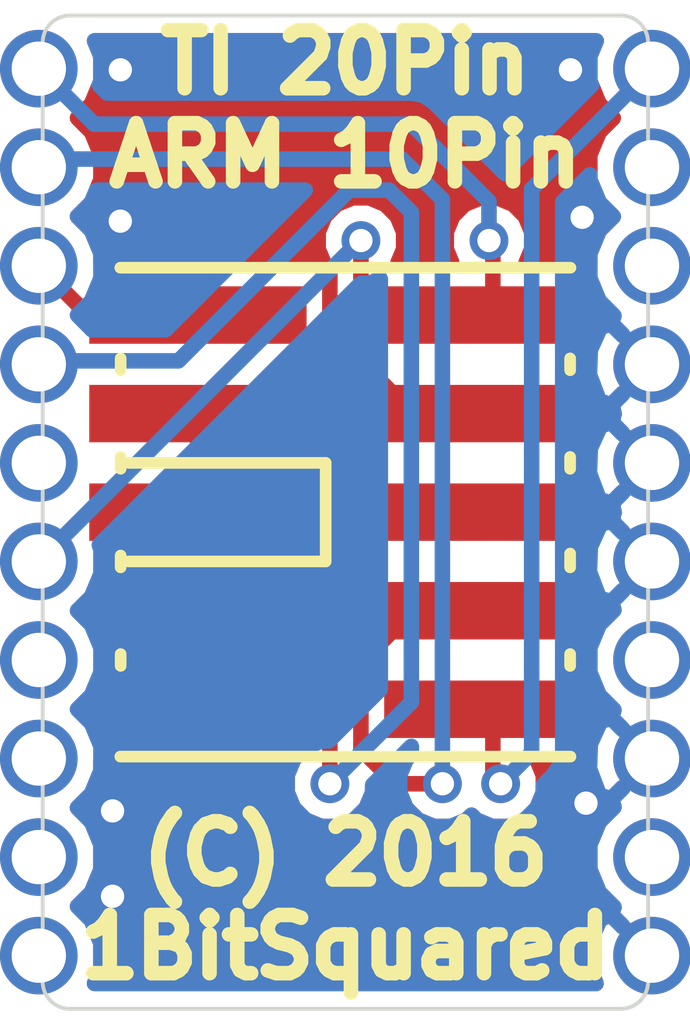
<source format=kicad_pcb>
(kicad_pcb (version 4) (host pcbnew 4.0.2+e4-6225~38~ubuntu14.04.1-stable)

  (general
    (links 21)
    (no_connects 0)
    (area 146.074999 93.574999 153.925001 106.425001)
    (thickness 1.6)
    (drawings 11)
    (tracks 68)
    (zones 0)
    (modules 9)
    (nets 17)
  )

  (page A4)
  (layers
    (0 F.Cu signal)
    (31 B.Cu signal)
    (32 B.Adhes user)
    (33 F.Adhes user)
    (34 B.Paste user)
    (35 F.Paste user)
    (36 B.SilkS user)
    (37 F.SilkS user)
    (38 B.Mask user)
    (39 F.Mask user)
    (40 Dwgs.User user)
    (41 Cmts.User user)
    (42 Eco1.User user)
    (43 Eco2.User user)
    (44 Edge.Cuts user)
    (45 Margin user)
    (46 B.CrtYd user)
    (47 F.CrtYd user)
    (48 B.Fab user)
    (49 F.Fab user)
  )

  (setup
    (last_trace_width 0.2)
    (trace_clearance 0.19)
    (zone_clearance 0.2)
    (zone_45_only no)
    (trace_min 0.19)
    (segment_width 0.05)
    (edge_width 0.05)
    (via_size 0.5)
    (via_drill 0.3)
    (via_min_size 0.5)
    (via_min_drill 0.3)
    (uvia_size 0.3)
    (uvia_drill 0.1)
    (uvias_allowed no)
    (uvia_min_size 0.2)
    (uvia_min_drill 0.1)
    (pcb_text_width 0.3)
    (pcb_text_size 1.5 1.5)
    (mod_edge_width 0.15)
    (mod_text_size 1 1)
    (mod_text_width 0.15)
    (pad_size 0.5 0.5)
    (pad_drill 0.3)
    (pad_to_mask_clearance 0.05)
    (aux_axis_origin 0 0)
    (visible_elements FFFFEF7F)
    (pcbplotparams
      (layerselection 0x010f0_80000001)
      (usegerberextensions true)
      (excludeedgelayer true)
      (linewidth 0.100000)
      (plotframeref false)
      (viasonmask false)
      (mode 1)
      (useauxorigin false)
      (hpglpennumber 1)
      (hpglpenspeed 20)
      (hpglpendiameter 15)
      (hpglpenoverlay 2)
      (psnegative false)
      (psa4output false)
      (plotreference true)
      (plotvalue true)
      (plotinvisibletext false)
      (padsonsilk false)
      (subtractmaskfromsilk false)
      (outputformat 1)
      (mirror false)
      (drillshape 0)
      (scaleselection 1)
      (outputdirectory gerber))
  )

  (net 0 "")
  (net 1 /TMS)
  (net 2 /TDI)
  (net 3 /VREF)
  (net 4 /TDO)
  (net 5 GND)
  (net 6 /TCK)
  (net 7 /~RST)
  (net 8 /~TRST)
  (net 9 /EMU1)
  (net 10 /EMU3)
  (net 11 /TDIS/GND)
  (net 12 /KEY)
  (net 13 /RTCK)
  (net 14 /EMU0)
  (net 15 /EMU2)
  (net 16 /EMU4)

  (net_class Default "This is the default net class."
    (clearance 0.19)
    (trace_width 0.2)
    (via_dia 0.5)
    (via_drill 0.3)
    (uvia_dia 0.3)
    (uvia_drill 0.1)
    (add_net /EMU0)
    (add_net /EMU1)
    (add_net /EMU2)
    (add_net /EMU3)
    (add_net /EMU4)
    (add_net /KEY)
    (add_net /RTCK)
    (add_net /TCK)
    (add_net /TDI)
    (add_net /TDIS/GND)
    (add_net /TDO)
    (add_net /TMS)
    (add_net /VREF)
    (add_net /~RST)
    (add_net /~TRST)
    (add_net GND)
  )

  (module pkl_misc:via0305 (layer F.Cu) (tedit 5785F9EE) (tstamp 57870248)
    (at 147.1 94.3)
    (fp_text reference REF** (at 0 0.35) (layer F.SilkS) hide
      (effects (font (size 0.127 0.127) (thickness 0.03175)))
    )
    (fp_text value via0305 (at 0 -0.35) (layer F.Fab) hide
      (effects (font (size 0.127 0.127) (thickness 0.03175)))
    )
    (pad 1 thru_hole circle (at 0 0) (size 0.5 0.5) (drill 0.3) (layers *.Cu)
      (net 5 GND) (zone_connect 2))
  )

  (module pkl_misc:via0305 (layer F.Cu) (tedit 5785F9EE) (tstamp 57860063)
    (at 147 104.95)
    (fp_text reference REF** (at 0 0.35) (layer F.SilkS) hide
      (effects (font (size 0.127 0.127) (thickness 0.03175)))
    )
    (fp_text value via0305 (at 0 -0.35) (layer F.Fab) hide
      (effects (font (size 0.127 0.127) (thickness 0.03175)))
    )
    (pad 1 thru_hole circle (at 0 0) (size 0.5 0.5) (drill 0.3) (layers *.Cu)
      (net 5 GND) (zone_connect 2))
  )

  (module pkl_misc:via0305 (layer F.Cu) (tedit 5785F9EE) (tstamp 5786005F)
    (at 147 103.85)
    (fp_text reference REF** (at 0 0.35) (layer F.SilkS) hide
      (effects (font (size 0.127 0.127) (thickness 0.03175)))
    )
    (fp_text value via0305 (at 0 -0.35) (layer F.Fab) hide
      (effects (font (size 0.127 0.127) (thickness 0.03175)))
    )
    (pad 1 thru_hole circle (at 0 0) (size 0.5 0.5) (drill 0.3) (layers *.Cu)
      (net 5 GND) (zone_connect 2))
  )

  (module pkl_misc:via0305 (layer F.Cu) (tedit 5785F9EE) (tstamp 57860036)
    (at 153.1 103.75)
    (fp_text reference REF** (at 0 0.35) (layer F.SilkS) hide
      (effects (font (size 0.127 0.127) (thickness 0.03175)))
    )
    (fp_text value via0305 (at 0 -0.35) (layer F.Fab) hide
      (effects (font (size 0.127 0.127) (thickness 0.03175)))
    )
    (pad 1 thru_hole circle (at 0 0) (size 0.5 0.5) (drill 0.3) (layers *.Cu)
      (net 5 GND) (zone_connect 2))
  )

  (module pkl_misc:via0305 (layer F.Cu) (tedit 5785F9EE) (tstamp 57860032)
    (at 147.1 96.25)
    (fp_text reference REF** (at 0 0.35) (layer F.SilkS) hide
      (effects (font (size 0.127 0.127) (thickness 0.03175)))
    )
    (fp_text value via0305 (at 0 -0.35) (layer F.Fab) hide
      (effects (font (size 0.127 0.127) (thickness 0.03175)))
    )
    (pad 1 thru_hole circle (at 0 0) (size 0.5 0.5) (drill 0.3) (layers *.Cu)
      (net 5 GND) (zone_connect 2))
  )

  (module pkl_misc:via0305 (layer F.Cu) (tedit 5785F9EE) (tstamp 5786002E)
    (at 152.9 94.3)
    (fp_text reference REF** (at 0 0.35) (layer F.SilkS) hide
      (effects (font (size 0.127 0.127) (thickness 0.03175)))
    )
    (fp_text value via0305 (at 0 -0.35) (layer F.Fab) hide
      (effects (font (size 0.127 0.127) (thickness 0.03175)))
    )
    (pad 1 thru_hole circle (at 0 0) (size 0.5 0.5) (drill 0.3) (layers *.Cu)
      (net 5 GND) (zone_connect 2))
  )

  (module pkl_misc:ti_20pin_50mil_jtag_smd locked (layer F.Cu) (tedit 5785EE9C) (tstamp 5785EA96)
    (at 150 100)
    (path /57858C7E)
    (fp_text reference P1 (at 0 7.5) (layer F.Fab) hide
      (effects (font (size 1 1) (thickness 0.15)))
    )
    (fp_text value CONN_02X10 (at 0 -7.5) (layer F.Fab) hide
      (effects (font (size 1 1) (thickness 0.15)))
    )
    (fp_line (start -3.95 6.35) (end -3.95 -6.35) (layer F.Fab) (width 0.1))
    (fp_line (start 3.95 -6.35) (end 3.95 6.35) (layer F.Fab) (width 0.1))
    (fp_line (start 4.05 6.35) (end -4.05 6.35) (layer F.Fab) (width 0.2))
    (fp_line (start -4.05 -6.35) (end 4.05 -6.35) (layer F.Fab) (width 0.2))
    (fp_line (start 4.05 6.35) (end 4.05 -6.35) (layer F.Fab) (width 0.2))
    (fp_line (start -4.05 -6.35) (end -4.05 6.35) (layer F.Fab) (width 0.2))
    (fp_line (start -1.25 6.35) (end -1.25 -6.35) (layer F.Fab) (width 0.2))
    (fp_line (start 1.25 -6.35) (end 1.25 6.35) (layer F.Fab) (width 0.2))
    (pad 1 thru_hole circle (at -3.95 -5.715) (size 1 1) (drill 0.7) (layers *.Cu *.Mask)
      (net 1 /TMS))
    (pad 2 thru_hole circle (at 3.95 -5.715) (size 1 1) (drill 0.7) (layers *.Cu *.Mask)
      (net 8 /~TRST))
    (pad 3 thru_hole circle (at -3.95 -4.445) (size 1 1) (drill 0.7) (layers *.Cu *.Mask)
      (net 2 /TDI))
    (pad 4 thru_hole circle (at 3.95 -4.445) (size 1 1) (drill 0.7) (layers *.Cu *.Mask)
      (net 11 /TDIS/GND))
    (pad 5 thru_hole circle (at -3.95 -3.175) (size 1 1) (drill 0.7) (layers *.Cu *.Mask)
      (net 3 /VREF))
    (pad 6 thru_hole circle (at 3.95 -3.175) (size 1 1) (drill 0.7) (layers *.Cu *.Mask)
      (net 12 /KEY))
    (pad 7 thru_hole circle (at -3.95 -1.905) (size 1 1) (drill 0.7) (layers *.Cu *.Mask)
      (net 4 /TDO))
    (pad 8 thru_hole circle (at 3.95 -1.905) (size 1 1) (drill 0.7) (layers *.Cu *.Mask)
      (net 5 GND))
    (pad 9 thru_hole circle (at -3.95 -0.635) (size 1 1) (drill 0.7) (layers *.Cu *.Mask)
      (net 13 /RTCK))
    (pad 10 thru_hole circle (at 3.95 -0.635) (size 1 1) (drill 0.7) (layers *.Cu *.Mask)
      (net 5 GND))
    (pad 11 thru_hole circle (at -3.95 0.635) (size 1 1) (drill 0.7) (layers *.Cu *.Mask)
      (net 6 /TCK))
    (pad 12 thru_hole circle (at 3.95 0.635) (size 1 1) (drill 0.7) (layers *.Cu *.Mask)
      (net 5 GND))
    (pad 13 thru_hole circle (at -3.95 1.905) (size 1 1) (drill 0.7) (layers *.Cu *.Mask)
      (net 14 /EMU0))
    (pad 14 thru_hole circle (at 3.95 1.905) (size 1 1) (drill 0.7) (layers *.Cu *.Mask)
      (net 9 /EMU1))
    (pad 15 thru_hole circle (at -3.95 3.175) (size 1 1) (drill 0.7) (layers *.Cu *.Mask)
      (net 7 /~RST))
    (pad 16 thru_hole circle (at 3.95 3.175) (size 1 1) (drill 0.7) (layers *.Cu *.Mask)
      (net 5 GND))
    (pad 17 thru_hole circle (at -3.95 4.445) (size 1 1) (drill 0.7) (layers *.Cu *.Mask)
      (net 15 /EMU2))
    (pad 18 thru_hole circle (at 3.95 4.445) (size 1 1) (drill 0.7) (layers *.Cu *.Mask)
      (net 10 /EMU3))
    (pad 19 thru_hole circle (at -3.95 5.715) (size 1 1) (drill 0.7) (layers *.Cu *.Mask)
      (net 16 /EMU4))
    (pad 20 thru_hole circle (at 3.95 5.715) (size 1 1) (drill 0.7) (layers *.Cu *.Mask)
      (net 5 GND))
  )

  (module pkl_samtec:FTSH-105-XX-X-DV (layer F.Cu) (tedit 5785EE99) (tstamp 5785EAB5)
    (at 150 100 90)
    (path /5785F757)
    (fp_text reference X1 (at -4.1 0 180) (layer F.Fab) hide
      (effects (font (size 1 1) (thickness 0.15)))
    )
    (fp_text value JTAG-10 (at 4.2 0 180) (layer F.Fab) hide
      (effects (font (size 1 1) (thickness 0.15)))
    )
    (fp_line (start -3.3 -3.05) (end 3.3 -3.05) (layer F.CrtYd) (width 0.05))
    (fp_line (start -3.3 3.05) (end -3.3 -3.05) (layer F.CrtYd) (width 0.05))
    (fp_line (start 3.3 3.05) (end -3.3 3.05) (layer F.CrtYd) (width 0.05))
    (fp_line (start 3.3 -3.05) (end 3.3 3.05) (layer F.CrtYd) (width 0.05))
    (fp_line (start -0.635 -0.254) (end -0.635 -2.794) (layer F.SilkS) (width 0.15))
    (fp_line (start 0.635 -0.254) (end -0.635 -0.254) (layer F.SilkS) (width 0.15))
    (fp_line (start 0.635 -2.794) (end 0.635 -0.254) (layer F.SilkS) (width 0.15))
    (fp_line (start 1.8288 2.8956) (end 1.9812 2.8956) (layer F.SilkS) (width 0.15))
    (fp_line (start 0.5588 2.8956) (end 0.7112 2.8956) (layer F.SilkS) (width 0.15))
    (fp_line (start -0.7112 2.8956) (end -0.5334 2.8956) (layer F.SilkS) (width 0.15))
    (fp_line (start -1.9812 2.8956) (end -1.8288 2.8956) (layer F.SilkS) (width 0.15))
    (fp_line (start -1.8288 -2.8956) (end -1.9812 -2.8956) (layer F.SilkS) (width 0.15))
    (fp_line (start -0.5588 -2.8956) (end -0.7112 -2.8956) (layer F.SilkS) (width 0.15))
    (fp_line (start 0.7112 -2.8956) (end 0.5588 -2.8956) (layer F.SilkS) (width 0.15))
    (fp_line (start 1.9812 -2.8956) (end 1.8288 -2.8956) (layer F.SilkS) (width 0.15))
    (fp_line (start 3.15 2.9) (end 3.15 -2.9) (layer F.SilkS) (width 0.15))
    (fp_line (start -3.15 2.9) (end -3.15 -2.9) (layer F.SilkS) (width 0.15))
    (pad 1 smd rect (at 2.54 -1.9 270) (size 0.74 2.8) (layers F.Cu F.Paste F.Mask)
      (net 3 /VREF))
    (pad 2 smd rect (at 2.54 1.9 270) (size 0.74 2.8) (layers F.Cu F.Paste F.Mask)
      (net 1 /TMS))
    (pad 3 smd rect (at 1.27 -1.9 270) (size 0.74 2.8) (layers F.Cu F.Paste F.Mask)
      (net 5 GND))
    (pad 4 smd rect (at 1.27 1.9 270) (size 0.74 2.8) (layers F.Cu F.Paste F.Mask)
      (net 6 /TCK))
    (pad 5 smd rect (at 0 -1.9 270) (size 0.74 2.8) (layers F.Cu F.Paste F.Mask)
      (net 5 GND))
    (pad 6 smd rect (at 0 1.9 270) (size 0.74 2.8) (layers F.Cu F.Paste F.Mask)
      (net 4 /TDO))
    (pad 7 smd rect (at -1.27 -1.9 270) (size 0.74 2.8) (layers F.Cu F.Paste F.Mask)
      (net 5 GND))
    (pad 8 smd rect (at -1.27 1.9 270) (size 0.74 2.8) (layers F.Cu F.Paste F.Mask)
      (net 2 /TDI))
    (pad 9 smd rect (at -2.54 -1.9 270) (size 0.74 2.8) (layers F.Cu F.Paste F.Mask)
      (net 5 GND))
    (pad 10 smd rect (at -2.54 1.9 270) (size 0.74 2.8) (layers F.Cu F.Paste F.Mask)
      (net 8 /~TRST))
    (model walter/conn_ftsh/FTSH-105-01-L-DV.wrl
      (at (xyz 0 0 0))
      (scale (xyz 1 1 1))
      (rotate (xyz 0 0 0))
    )
  )

  (module pkl_misc:via0305 (layer F.Cu) (tedit 5785F9EE) (tstamp 57860018)
    (at 153.05 96.2)
    (fp_text reference REF** (at 0 0.35) (layer F.SilkS) hide
      (effects (font (size 0.127 0.127) (thickness 0.03175)))
    )
    (fp_text value via0305 (at 0 -0.35) (layer F.Fab) hide
      (effects (font (size 0.127 0.127) (thickness 0.03175)))
    )
    (pad 1 thru_hole circle (at 0 0) (size 0.5 0.5) (drill 0.3) (layers *.Cu)
      (net 5 GND) (zone_connect 2))
  )

  (gr_text "(C) 2016\n1BitSquared" (at 150 105) (layer F.SilkS) (tstamp 5785FE3B)
    (effects (font (size 0.75 0.75) (thickness 0.1875)))
  )
  (gr_text "ARM 10Pin" (at 150 95.4) (layer F.SilkS) (tstamp 5785FE33)
    (effects (font (size 0.75 0.75) (thickness 0.1875)))
  )
  (gr_text "TI 20Pin" (at 150 94.2) (layer F.SilkS)
    (effects (font (size 0.75 0.75) (thickness 0.1875)))
  )
  (gr_line (start 146.45 106.4) (end 153.55 106.4) (layer Edge.Cuts) (width 0.05))
  (gr_line (start 146.45 93.6) (end 153.55 93.6) (layer Edge.Cuts) (width 0.05))
  (gr_arc (start 153.55 93.95) (end 153.55 93.6) (angle 90) (layer Edge.Cuts) (width 0.05))
  (gr_arc (start 146.45 93.95) (end 146.1 93.95) (angle 90) (layer Edge.Cuts) (width 0.05))
  (gr_arc (start 153.55 106.05) (end 153.9 106.05) (angle 90) (layer Edge.Cuts) (width 0.05))
  (gr_line (start 153.9 106.05) (end 153.9 93.95) (layer Edge.Cuts) (width 0.05))
  (gr_arc (start 146.45 106.05) (end 146.45 106.4) (angle 90) (layer Edge.Cuts) (width 0.05))
  (gr_line (start 146.1 93.95) (end 146.1 106.05) (layer Edge.Cuts) (width 0.05))

  (segment (start 146.05 94.285) (end 146.765 95) (width 0.2) (layer B.Cu) (net 1))
  (segment (start 146.765 95) (end 150.853553 95) (width 0.2) (layer B.Cu) (net 1))
  (segment (start 150.853553 95) (end 151.85 95.996447) (width 0.2) (layer B.Cu) (net 1))
  (segment (start 151.85 96.146447) (end 151.85 96.5) (width 0.2) (layer B.Cu) (net 1))
  (segment (start 151.85 95.996447) (end 151.85 96.146447) (width 0.2) (layer B.Cu) (net 1))
  (segment (start 151.9 97.46) (end 151.9 96.55) (width 0.2) (layer F.Cu) (net 1))
  (segment (start 151.9 96.55) (end 151.85 96.5) (width 0.2) (layer F.Cu) (net 1))
  (via (at 151.85 96.5) (size 0.5) (drill 0.3) (layers F.Cu B.Cu) (net 1))
  (segment (start 151.25 103.146447) (end 151.25 103.5) (width 0.2) (layer B.Cu) (net 2))
  (via (at 151.25 103.5) (size 0.5) (drill 0.3) (layers F.Cu B.Cu) (net 2))
  (segment (start 150.87 101.27) (end 150.2 101.94) (width 0.2) (layer F.Cu) (net 2))
  (segment (start 150.2 101.94) (end 150.2 103.053553) (width 0.2) (layer F.Cu) (net 2))
  (segment (start 150.2 103.053553) (end 150.646447 103.5) (width 0.2) (layer F.Cu) (net 2))
  (segment (start 150.646447 103.5) (end 150.896447 103.5) (width 0.2) (layer F.Cu) (net 2))
  (segment (start 150.896447 103.5) (end 151.25 103.5) (width 0.2) (layer F.Cu) (net 2))
  (segment (start 151.250012 103.146435) (end 151.25 103.146447) (width 0.2) (layer B.Cu) (net 2))
  (segment (start 151.250012 95.97031) (end 151.250012 103.146435) (width 0.2) (layer B.Cu) (net 2))
  (segment (start 150.729702 95.45) (end 151.250012 95.97031) (width 0.2) (layer B.Cu) (net 2))
  (segment (start 146.155 95.45) (end 150.729702 95.45) (width 0.2) (layer B.Cu) (net 2))
  (segment (start 146.05 95.555) (end 146.155 95.45) (width 0.2) (layer B.Cu) (net 2))
  (segment (start 151.9 101.27) (end 150.87 101.27) (width 0.2) (layer F.Cu) (net 2))
  (segment (start 148.1 97.46) (end 146.685 97.46) (width 0.2) (layer F.Cu) (net 3))
  (segment (start 146.685 97.46) (end 146.549999 97.324999) (width 0.2) (layer F.Cu) (net 3))
  (segment (start 146.549999 97.324999) (end 146.05 96.825) (width 0.2) (layer F.Cu) (net 3))
  (segment (start 149.8 103.5) (end 150.850001 102.449999) (width 0.2) (layer B.Cu) (net 4))
  (segment (start 150.850001 102.449999) (end 150.850001 96.135999) (width 0.2) (layer B.Cu) (net 4))
  (segment (start 147.85 98.05) (end 146.095 98.05) (width 0.2) (layer B.Cu) (net 4))
  (segment (start 150.850001 96.135999) (end 150.564013 95.850011) (width 0.2) (layer B.Cu) (net 4))
  (segment (start 150.564013 95.850011) (end 150.049989 95.850011) (width 0.2) (layer B.Cu) (net 4))
  (segment (start 150.049989 95.850011) (end 147.85 98.05) (width 0.2) (layer B.Cu) (net 4))
  (segment (start 146.095 98.05) (end 146.05 98.095) (width 0.2) (layer B.Cu) (net 4))
  (segment (start 149.8 100.5) (end 149.8 103.5) (width 0.2) (layer F.Cu) (net 4))
  (via (at 149.8 103.5) (size 0.5) (drill 0.3) (layers F.Cu B.Cu) (net 4))
  (segment (start 151.9 100) (end 150.3 100) (width 0.2) (layer F.Cu) (net 4))
  (segment (start 150.3 100) (end 149.8 100.5) (width 0.2) (layer F.Cu) (net 4))
  (segment (start 149.8 98.63) (end 149.8 96.914004) (width 0.2) (layer F.Cu) (net 5))
  (segment (start 149.8 96.914004) (end 149.135996 96.25) (width 0.2) (layer F.Cu) (net 5))
  (segment (start 149.135996 96.25) (end 147.453553 96.25) (width 0.2) (layer F.Cu) (net 5))
  (segment (start 147.453553 96.25) (end 147.1 96.25) (width 0.2) (layer F.Cu) (net 5))
  (segment (start 148.1 98.73) (end 149.7 98.73) (width 0.2) (layer F.Cu) (net 5))
  (segment (start 149.7 98.73) (end 149.8 98.63) (width 0.2) (layer F.Cu) (net 5))
  (segment (start 153.95 105.715) (end 153.1 104.865) (width 0.2) (layer F.Cu) (net 5))
  (segment (start 153.1 104.865) (end 153.1 103.75) (width 0.2) (layer F.Cu) (net 5))
  (segment (start 153.95 99.365) (end 153.450001 98.865001) (width 0.2) (layer B.Cu) (net 5))
  (segment (start 153.450001 98.865001) (end 153.450001 98.594999) (width 0.2) (layer B.Cu) (net 5))
  (segment (start 153.450001 98.594999) (end 153.95 98.095) (width 0.2) (layer B.Cu) (net 5))
  (segment (start 153.95 100.635) (end 153.450001 100.135001) (width 0.2) (layer B.Cu) (net 5))
  (segment (start 153.450001 100.135001) (end 153.450001 99.864999) (width 0.2) (layer B.Cu) (net 5))
  (segment (start 153.450001 99.864999) (end 153.95 99.365) (width 0.2) (layer B.Cu) (net 5))
  (segment (start 153.95 103.175) (end 153.1 102.325) (width 0.2) (layer B.Cu) (net 5))
  (segment (start 153.1 102.325) (end 153.1 101.485) (width 0.2) (layer B.Cu) (net 5))
  (segment (start 153.1 101.485) (end 153.450001 101.134999) (width 0.2) (layer B.Cu) (net 5))
  (segment (start 153.450001 101.134999) (end 153.95 100.635) (width 0.2) (layer B.Cu) (net 5))
  (segment (start 151.9 98.73) (end 150.87 98.73) (width 0.2) (layer F.Cu) (net 6))
  (segment (start 150.87 98.73) (end 150.2 98.06) (width 0.2) (layer F.Cu) (net 6))
  (segment (start 150.2 98.06) (end 150.2 96.853555) (width 0.2) (layer F.Cu) (net 6))
  (segment (start 150.2 96.853555) (end 150.2 96.500002) (width 0.2) (layer F.Cu) (net 6))
  (segment (start 150.184998 96.500002) (end 150.2 96.500002) (width 0.2) (layer B.Cu) (net 6))
  (via (at 150.2 96.500002) (size 0.5) (drill 0.3) (layers F.Cu B.Cu) (net 6))
  (segment (start 146.05 100.635) (end 150.184998 96.500002) (width 0.2) (layer B.Cu) (net 6))
  (segment (start 146.05 100.65) (end 146.05 100.635) (width 0.2) (layer B.Cu) (net 6))
  (segment (start 152.400001 95.834999) (end 152.400001 103.099997) (width 0.2) (layer B.Cu) (net 8))
  (segment (start 152.400001 103.099997) (end 152.249997 103.250001) (width 0.2) (layer B.Cu) (net 8))
  (segment (start 152.249997 103.250001) (end 151.999998 103.5) (width 0.2) (layer B.Cu) (net 8))
  (segment (start 153.95 94.285) (end 152.400001 95.834999) (width 0.2) (layer B.Cu) (net 8))
  (segment (start 151.9 103.400002) (end 151.999998 103.5) (width 0.2) (layer F.Cu) (net 8))
  (segment (start 151.9 102.54) (end 151.9 103.400002) (width 0.2) (layer F.Cu) (net 8))
  (via (at 151.999998 103.5) (size 0.5) (drill 0.3) (layers F.Cu B.Cu) (net 8))

  (zone (net 5) (net_name GND) (layer F.Cu) (tstamp 0) (hatch edge 0.508)
    (connect_pads (clearance 0.2))
    (min_thickness 0.2)
    (fill yes (arc_segments 16) (thermal_gap 0.2) (thermal_bridge_width 0.21))
    (polygon
      (pts
        (xy 146.1 93.4) (xy 153.9 93.4) (xy 153.9 106.6) (xy 146.1 106.6)
      )
    )
    (filled_polygon
      (pts
        (xy 149.8 98.06) (xy 149.830448 98.213074) (xy 149.917157 98.342843) (xy 150.194123 98.619809) (xy 150.194123 99.1)
        (xy 150.215042 99.211173) (xy 150.280745 99.313279) (xy 150.357106 99.365454) (xy 150.286721 99.410745) (xy 150.218222 99.510997)
        (xy 150.196009 99.620684) (xy 150.146926 99.630448) (xy 150.017157 99.717157) (xy 149.739316 99.994998) (xy 149.725002 99.994998)
        (xy 149.8 99.92) (xy 149.8 99.570326) (xy 149.754328 99.460063) (xy 149.669936 99.375672) (xy 149.644171 99.365)
        (xy 149.669936 99.354328) (xy 149.754328 99.269937) (xy 149.8 99.159674) (xy 149.8 98.81) (xy 149.725 98.735)
        (xy 148.105 98.735) (xy 148.105 99.325) (xy 148.145 99.365) (xy 148.105 99.405) (xy 148.105 99.995)
        (xy 148.125 99.995) (xy 148.125 100.005) (xy 148.105 100.005) (xy 148.105 100.595) (xy 148.145 100.635)
        (xy 148.105 100.675) (xy 148.105 101.265) (xy 148.125 101.265) (xy 148.125 101.275) (xy 148.105 101.275)
        (xy 148.105 101.865) (xy 148.145 101.905) (xy 148.105 101.945) (xy 148.105 102.535) (xy 148.125 102.535)
        (xy 148.125 102.545) (xy 148.105 102.545) (xy 148.105 103.135) (xy 148.18 103.21) (xy 149.324888 103.21)
        (xy 149.250096 103.390118) (xy 149.249905 103.608922) (xy 149.333461 103.811143) (xy 149.488043 103.965995) (xy 149.690118 104.049904)
        (xy 149.908922 104.050095) (xy 150.111143 103.966539) (xy 150.265995 103.811957) (xy 150.303176 103.722414) (xy 150.363602 103.78284)
        (xy 150.363604 103.782843) (xy 150.493374 103.869552) (xy 150.646447 103.9) (xy 150.872163 103.9) (xy 150.938043 103.965995)
        (xy 151.140118 104.049904) (xy 151.358922 104.050095) (xy 151.561143 103.966539) (xy 151.624975 103.902819) (xy 151.688041 103.965995)
        (xy 151.890116 104.049904) (xy 152.10892 104.050095) (xy 152.311141 103.966539) (xy 152.465993 103.811957) (xy 152.549902 103.609882)
        (xy 152.550093 103.391078) (xy 152.477701 103.215877) (xy 153.148205 103.215877) (xy 153.145166 103.307535) (xy 153.257149 103.605443)
        (xy 153.28718 103.650387) (xy 153.422742 103.695187) (xy 153.575 103.542929) (xy 153.575 103.557071) (xy 153.429813 103.702258)
        (xy 153.462524 103.80124) (xy 153.272188 103.991245) (xy 153.150139 104.285172) (xy 153.149861 104.603432) (xy 153.271397 104.897572)
        (xy 153.462457 105.088965) (xy 153.429813 105.187742) (xy 153.575 105.332929) (xy 153.575 105.347071) (xy 153.422742 105.194813)
        (xy 153.28718 105.239613) (xy 153.155711 105.52945) (xy 153.145166 105.847535) (xy 153.23067 106.075) (xy 146.766742 106.075)
        (xy 146.849861 105.874828) (xy 146.850139 105.556568) (xy 146.728603 105.262428) (xy 146.546372 105.079879) (xy 146.727812 104.898755)
        (xy 146.849861 104.604828) (xy 146.850139 104.286568) (xy 146.728603 103.992428) (xy 146.546372 103.809879) (xy 146.727812 103.628755)
        (xy 146.849861 103.334828) (xy 146.84997 103.21) (xy 148.02 103.21) (xy 148.095 103.135) (xy 148.095 102.545)
        (xy 148.075 102.545) (xy 148.075 102.535) (xy 148.095 102.535) (xy 148.095 101.945) (xy 148.055 101.905)
        (xy 148.095 101.865) (xy 148.095 101.275) (xy 148.075 101.275) (xy 148.075 101.265) (xy 148.095 101.265)
        (xy 148.095 100.675) (xy 148.055 100.635) (xy 148.095 100.595) (xy 148.095 100.005) (xy 148.075 100.005)
        (xy 148.075 99.995) (xy 148.095 99.995) (xy 148.095 99.405) (xy 148.055 99.365) (xy 148.095 99.325)
        (xy 148.095 98.735) (xy 148.075 98.735) (xy 148.075 98.725) (xy 148.095 98.725) (xy 148.095 98.705)
        (xy 148.105 98.705) (xy 148.105 98.725) (xy 149.725 98.725) (xy 149.8 98.65) (xy 149.8 98.300326)
        (xy 149.754328 98.190063) (xy 149.669936 98.105672) (xy 149.642965 98.0945) (xy 149.713279 98.049255) (xy 149.781778 97.949003)
        (xy 149.8 97.859021)
      )
    )
    (filled_polygon
      (pts
        (xy 153.150139 94.125172) (xy 153.149861 94.443432) (xy 153.271397 94.737572) (xy 153.453628 94.920121) (xy 153.272188 95.101245)
        (xy 153.150139 95.395172) (xy 153.149861 95.713432) (xy 153.271397 96.007572) (xy 153.453628 96.190121) (xy 153.272188 96.371245)
        (xy 153.150139 96.665172) (xy 153.150035 96.784123) (xy 152.327553 96.784123) (xy 152.399904 96.609882) (xy 152.400095 96.391078)
        (xy 152.316539 96.188857) (xy 152.161957 96.034005) (xy 151.959882 95.950096) (xy 151.741078 95.949905) (xy 151.538857 96.033461)
        (xy 151.384005 96.188043) (xy 151.300096 96.390118) (xy 151.299905 96.608922) (xy 151.372297 96.784123) (xy 150.677554 96.784123)
        (xy 150.749904 96.609884) (xy 150.750095 96.39108) (xy 150.666539 96.188859) (xy 150.511957 96.034007) (xy 150.309882 95.950098)
        (xy 150.091078 95.949907) (xy 149.888857 96.033463) (xy 149.734005 96.188045) (xy 149.650096 96.39012) (xy 149.649905 96.608924)
        (xy 149.733461 96.811145) (xy 149.8 96.8778) (xy 149.8 97.058767) (xy 149.784958 96.978827) (xy 149.719255 96.876721)
        (xy 149.619003 96.808222) (xy 149.5 96.784123) (xy 146.850036 96.784123) (xy 146.850139 96.666568) (xy 146.728603 96.372428)
        (xy 146.546372 96.189879) (xy 146.727812 96.008755) (xy 146.849861 95.714828) (xy 146.850139 95.396568) (xy 146.728603 95.102428)
        (xy 146.546372 94.919879) (xy 146.727812 94.738755) (xy 146.849861 94.444828) (xy 146.850139 94.126568) (xy 146.766853 93.925)
        (xy 153.233258 93.925)
      )
    )
  )
  (zone (net 5) (net_name GND) (layer B.Cu) (tstamp 5785FE71) (hatch edge 0.508)
    (connect_pads (clearance 0.2))
    (min_thickness 0.2)
    (fill yes (arc_segments 16) (thermal_gap 0.2) (thermal_bridge_width 0.21))
    (polygon
      (pts
        (xy 146.1 93.4) (xy 153.9 93.4) (xy 153.9 106.6) (xy 146.1 106.6)
      )
    )
    (filled_polygon
      (pts
        (xy 153.149861 95.713432) (xy 153.271397 96.007572) (xy 153.453628 96.190121) (xy 153.272188 96.371245) (xy 153.150139 96.665172)
        (xy 153.149861 96.983432) (xy 153.271397 97.277572) (xy 153.462457 97.468965) (xy 153.429813 97.567742) (xy 153.575 97.712929)
        (xy 153.575 97.727071) (xy 153.422742 97.574813) (xy 153.28718 97.619613) (xy 153.155711 97.90945) (xy 153.145166 98.227535)
        (xy 153.257149 98.525443) (xy 153.28718 98.570387) (xy 153.422742 98.615187) (xy 153.575 98.462929) (xy 153.575 98.477071)
        (xy 153.429813 98.622258) (xy 153.465419 98.73) (xy 153.429813 98.837742) (xy 153.575 98.982929) (xy 153.575 98.997071)
        (xy 153.422742 98.844813) (xy 153.28718 98.889613) (xy 153.155711 99.17945) (xy 153.145166 99.497535) (xy 153.257149 99.795443)
        (xy 153.28718 99.840387) (xy 153.422742 99.885187) (xy 153.575 99.732929) (xy 153.575 99.747071) (xy 153.429813 99.892258)
        (xy 153.465419 100) (xy 153.429813 100.107742) (xy 153.575 100.252929) (xy 153.575 100.267071) (xy 153.422742 100.114813)
        (xy 153.28718 100.159613) (xy 153.155711 100.44945) (xy 153.145166 100.767535) (xy 153.257149 101.065443) (xy 153.28718 101.110387)
        (xy 153.422742 101.155187) (xy 153.575 101.002929) (xy 153.575 101.017071) (xy 153.429813 101.162258) (xy 153.462524 101.26124)
        (xy 153.272188 101.451245) (xy 153.150139 101.745172) (xy 153.149861 102.063432) (xy 153.271397 102.357572) (xy 153.462457 102.548965)
        (xy 153.429813 102.647742) (xy 153.575 102.792929) (xy 153.575 102.807071) (xy 153.422742 102.654813) (xy 153.28718 102.699613)
        (xy 153.155711 102.98945) (xy 153.145166 103.307535) (xy 153.257149 103.605443) (xy 153.28718 103.650387) (xy 153.422742 103.695187)
        (xy 153.575 103.542929) (xy 153.575 103.557071) (xy 153.429813 103.702258) (xy 153.462524 103.80124) (xy 153.272188 103.991245)
        (xy 153.150139 104.285172) (xy 153.149861 104.603432) (xy 153.271397 104.897572) (xy 153.462457 105.088965) (xy 153.429813 105.187742)
        (xy 153.575 105.332929) (xy 153.575 105.347071) (xy 153.422742 105.194813) (xy 153.28718 105.239613) (xy 153.155711 105.52945)
        (xy 153.145166 105.847535) (xy 153.23067 106.075) (xy 146.766742 106.075) (xy 146.849861 105.874828) (xy 146.850139 105.556568)
        (xy 146.728603 105.262428) (xy 146.546372 105.079879) (xy 146.727812 104.898755) (xy 146.849861 104.604828) (xy 146.850139 104.286568)
        (xy 146.728603 103.992428) (xy 146.546372 103.809879) (xy 146.727812 103.628755) (xy 146.849861 103.334828) (xy 146.850139 103.016568)
        (xy 146.728603 102.722428) (xy 146.546372 102.539879) (xy 146.727812 102.358755) (xy 146.849861 102.064828) (xy 146.850139 101.746568)
        (xy 146.728603 101.452428) (xy 146.546372 101.269879) (xy 146.727812 101.088755) (xy 146.849861 100.794828) (xy 146.850139 100.476568)
        (xy 146.827912 100.422774) (xy 150.200683 97.050003) (xy 150.308922 97.050097) (xy 150.450001 96.991804) (xy 150.450001 102.284314)
        (xy 149.784328 102.949986) (xy 149.691078 102.949905) (xy 149.488857 103.033461) (xy 149.334005 103.188043) (xy 149.250096 103.390118)
        (xy 149.249905 103.608922) (xy 149.333461 103.811143) (xy 149.488043 103.965995) (xy 149.690118 104.049904) (xy 149.908922 104.050095)
        (xy 150.111143 103.966539) (xy 150.265995 103.811957) (xy 150.349904 103.609882) (xy 150.349986 103.5157) (xy 150.850012 103.015673)
        (xy 150.850012 103.122151) (xy 150.784005 103.188043) (xy 150.700096 103.390118) (xy 150.699905 103.608922) (xy 150.783461 103.811143)
        (xy 150.938043 103.965995) (xy 151.140118 104.049904) (xy 151.358922 104.050095) (xy 151.561143 103.966539) (xy 151.624975 103.902819)
        (xy 151.688041 103.965995) (xy 151.890116 104.049904) (xy 152.10892 104.050095) (xy 152.311141 103.966539) (xy 152.465993 103.811957)
        (xy 152.549902 103.609882) (xy 152.549984 103.5157) (xy 152.682841 103.382842) (xy 152.682844 103.38284) (xy 152.738524 103.299509)
        (xy 152.769553 103.253071) (xy 152.800002 103.099997) (xy 152.800001 103.099992) (xy 152.800001 96.000685) (xy 153.149916 95.65077)
      )
    )
    (filled_polygon
      (pts
        (xy 147.684314 97.65) (xy 146.731732 97.65) (xy 146.728603 97.642428) (xy 146.546372 97.459879) (xy 146.727812 97.278755)
        (xy 146.849861 96.984828) (xy 146.850139 96.666568) (xy 146.728603 96.372428) (xy 146.546372 96.189879) (xy 146.727812 96.008755)
        (xy 146.793733 95.85) (xy 149.484314 95.85)
      )
    )
    (filled_polygon
      (pts
        (xy 153.150139 94.125172) (xy 153.149861 94.443432) (xy 153.172088 94.497226) (xy 152.117158 95.552156) (xy 152.058773 95.639534)
        (xy 151.136396 94.717157) (xy 151.006627 94.630448) (xy 150.853553 94.6) (xy 146.930685 94.6) (xy 146.828047 94.497362)
        (xy 146.849861 94.444828) (xy 146.850139 94.126568) (xy 146.766853 93.925) (xy 153.233258 93.925)
      )
    )
  )
)

</source>
